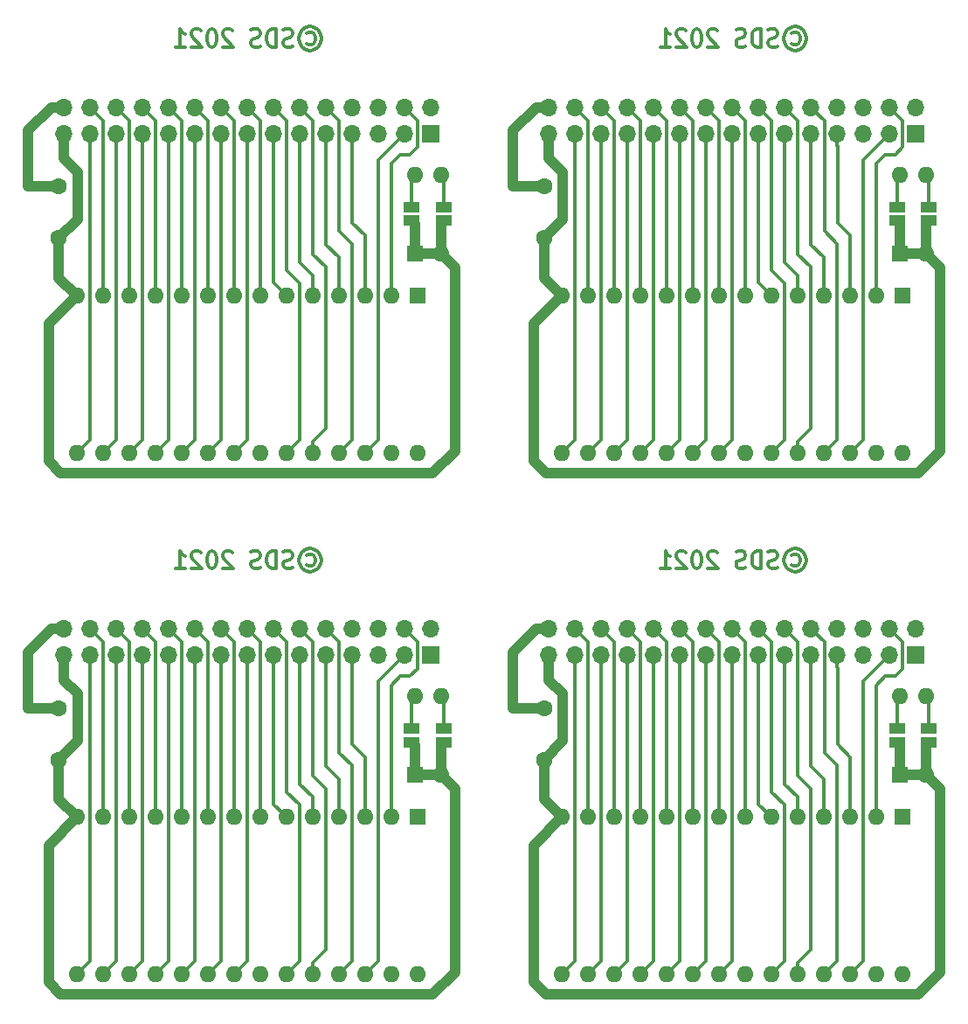
<source format=gbr>
G04 #@! TF.GenerationSoftware,KiCad,Pcbnew,(5.1.5)-3*
G04 #@! TF.CreationDate,2021-01-17T18:04:29-08:00*
G04 #@! TF.ProjectId,YamahaMSX_MiniCartridge,59616d61-6861-44d5-9358-5f4d696e6943,rev?*
G04 #@! TF.SameCoordinates,Original*
G04 #@! TF.FileFunction,Copper,L2,Bot*
G04 #@! TF.FilePolarity,Positive*
%FSLAX46Y46*%
G04 Gerber Fmt 4.6, Leading zero omitted, Abs format (unit mm)*
G04 Created by KiCad (PCBNEW (5.1.5)-3) date 2021-01-17 18:04:29*
%MOMM*%
%LPD*%
G04 APERTURE LIST*
%ADD10C,0.375000*%
%ADD11R,1.500000X1.000000*%
%ADD12R,1.700000X1.700000*%
%ADD13O,1.700000X1.700000*%
%ADD14R,1.600000X1.600000*%
%ADD15O,1.600000X1.600000*%
%ADD16C,1.600000*%
%ADD17C,1.000000*%
%ADD18C,0.300000*%
G04 APERTURE END LIST*
D10*
X115312590Y-76933133D02*
X115464971Y-76849800D01*
X115769733Y-76849800D01*
X115922114Y-76933133D01*
X116074495Y-77099800D01*
X116150685Y-77266466D01*
X116150685Y-77599800D01*
X116074495Y-77766466D01*
X115922114Y-77933133D01*
X115769733Y-78016466D01*
X115464971Y-78016466D01*
X115312590Y-77933133D01*
X115617352Y-76266466D02*
X115998304Y-76349800D01*
X116379257Y-76599800D01*
X116607828Y-77016466D01*
X116684019Y-77433133D01*
X116607828Y-77849800D01*
X116379257Y-78266466D01*
X115998304Y-78516466D01*
X115617352Y-78599800D01*
X115236400Y-78516466D01*
X114855447Y-78266466D01*
X114626876Y-77849800D01*
X114550685Y-77433133D01*
X114626876Y-77016466D01*
X114855447Y-76599800D01*
X115236400Y-76349800D01*
X115617352Y-76266466D01*
X113941161Y-78183133D02*
X113712590Y-78266466D01*
X113331638Y-78266466D01*
X113179257Y-78183133D01*
X113103066Y-78099800D01*
X113026876Y-77933133D01*
X113026876Y-77766466D01*
X113103066Y-77599800D01*
X113179257Y-77516466D01*
X113331638Y-77433133D01*
X113636400Y-77349800D01*
X113788780Y-77266466D01*
X113864971Y-77183133D01*
X113941161Y-77016466D01*
X113941161Y-76849800D01*
X113864971Y-76683133D01*
X113788780Y-76599800D01*
X113636400Y-76516466D01*
X113255447Y-76516466D01*
X113026876Y-76599800D01*
X112341161Y-78266466D02*
X112341161Y-76516466D01*
X111960209Y-76516466D01*
X111731638Y-76599800D01*
X111579257Y-76766466D01*
X111503066Y-76933133D01*
X111426876Y-77266466D01*
X111426876Y-77516466D01*
X111503066Y-77849800D01*
X111579257Y-78016466D01*
X111731638Y-78183133D01*
X111960209Y-78266466D01*
X112341161Y-78266466D01*
X110817352Y-78183133D02*
X110588780Y-78266466D01*
X110207828Y-78266466D01*
X110055447Y-78183133D01*
X109979257Y-78099800D01*
X109903066Y-77933133D01*
X109903066Y-77766466D01*
X109979257Y-77599800D01*
X110055447Y-77516466D01*
X110207828Y-77433133D01*
X110512590Y-77349800D01*
X110664971Y-77266466D01*
X110741161Y-77183133D01*
X110817352Y-77016466D01*
X110817352Y-76849800D01*
X110741161Y-76683133D01*
X110664971Y-76599800D01*
X110512590Y-76516466D01*
X110131638Y-76516466D01*
X109903066Y-76599800D01*
X108074495Y-76683133D02*
X107998304Y-76599800D01*
X107845923Y-76516466D01*
X107464971Y-76516466D01*
X107312590Y-76599800D01*
X107236400Y-76683133D01*
X107160209Y-76849800D01*
X107160209Y-77016466D01*
X107236400Y-77266466D01*
X108150685Y-78266466D01*
X107160209Y-78266466D01*
X106169733Y-76516466D02*
X106017352Y-76516466D01*
X105864971Y-76599800D01*
X105788780Y-76683133D01*
X105712590Y-76849800D01*
X105636400Y-77183133D01*
X105636400Y-77599800D01*
X105712590Y-77933133D01*
X105788780Y-78099800D01*
X105864971Y-78183133D01*
X106017352Y-78266466D01*
X106169733Y-78266466D01*
X106322114Y-78183133D01*
X106398304Y-78099800D01*
X106474495Y-77933133D01*
X106550685Y-77599800D01*
X106550685Y-77183133D01*
X106474495Y-76849800D01*
X106398304Y-76683133D01*
X106322114Y-76599800D01*
X106169733Y-76516466D01*
X105026876Y-76683133D02*
X104950685Y-76599800D01*
X104798304Y-76516466D01*
X104417352Y-76516466D01*
X104264971Y-76599800D01*
X104188780Y-76683133D01*
X104112590Y-76849800D01*
X104112590Y-77016466D01*
X104188780Y-77266466D01*
X105103066Y-78266466D01*
X104112590Y-78266466D01*
X102588780Y-78266466D02*
X103503066Y-78266466D01*
X103045923Y-78266466D02*
X103045923Y-76516466D01*
X103198304Y-76766466D01*
X103350685Y-76933133D01*
X103503066Y-77016466D01*
X68312590Y-76933133D02*
X68464971Y-76849800D01*
X68769733Y-76849800D01*
X68922114Y-76933133D01*
X69074495Y-77099800D01*
X69150685Y-77266466D01*
X69150685Y-77599800D01*
X69074495Y-77766466D01*
X68922114Y-77933133D01*
X68769733Y-78016466D01*
X68464971Y-78016466D01*
X68312590Y-77933133D01*
X68617352Y-76266466D02*
X68998304Y-76349800D01*
X69379257Y-76599800D01*
X69607828Y-77016466D01*
X69684019Y-77433133D01*
X69607828Y-77849800D01*
X69379257Y-78266466D01*
X68998304Y-78516466D01*
X68617352Y-78599800D01*
X68236400Y-78516466D01*
X67855447Y-78266466D01*
X67626876Y-77849800D01*
X67550685Y-77433133D01*
X67626876Y-77016466D01*
X67855447Y-76599800D01*
X68236400Y-76349800D01*
X68617352Y-76266466D01*
X66941161Y-78183133D02*
X66712590Y-78266466D01*
X66331638Y-78266466D01*
X66179257Y-78183133D01*
X66103066Y-78099800D01*
X66026876Y-77933133D01*
X66026876Y-77766466D01*
X66103066Y-77599800D01*
X66179257Y-77516466D01*
X66331638Y-77433133D01*
X66636400Y-77349800D01*
X66788780Y-77266466D01*
X66864971Y-77183133D01*
X66941161Y-77016466D01*
X66941161Y-76849800D01*
X66864971Y-76683133D01*
X66788780Y-76599800D01*
X66636400Y-76516466D01*
X66255447Y-76516466D01*
X66026876Y-76599800D01*
X65341161Y-78266466D02*
X65341161Y-76516466D01*
X64960209Y-76516466D01*
X64731638Y-76599800D01*
X64579257Y-76766466D01*
X64503066Y-76933133D01*
X64426876Y-77266466D01*
X64426876Y-77516466D01*
X64503066Y-77849800D01*
X64579257Y-78016466D01*
X64731638Y-78183133D01*
X64960209Y-78266466D01*
X65341161Y-78266466D01*
X63817352Y-78183133D02*
X63588780Y-78266466D01*
X63207828Y-78266466D01*
X63055447Y-78183133D01*
X62979257Y-78099800D01*
X62903066Y-77933133D01*
X62903066Y-77766466D01*
X62979257Y-77599800D01*
X63055447Y-77516466D01*
X63207828Y-77433133D01*
X63512590Y-77349800D01*
X63664971Y-77266466D01*
X63741161Y-77183133D01*
X63817352Y-77016466D01*
X63817352Y-76849800D01*
X63741161Y-76683133D01*
X63664971Y-76599800D01*
X63512590Y-76516466D01*
X63131638Y-76516466D01*
X62903066Y-76599800D01*
X61074495Y-76683133D02*
X60998304Y-76599800D01*
X60845923Y-76516466D01*
X60464971Y-76516466D01*
X60312590Y-76599800D01*
X60236399Y-76683133D01*
X60160209Y-76849800D01*
X60160209Y-77016466D01*
X60236399Y-77266466D01*
X61150685Y-78266466D01*
X60160209Y-78266466D01*
X59169733Y-76516466D02*
X59017352Y-76516466D01*
X58864971Y-76599800D01*
X58788780Y-76683133D01*
X58712590Y-76849800D01*
X58636399Y-77183133D01*
X58636399Y-77599800D01*
X58712590Y-77933133D01*
X58788780Y-78099800D01*
X58864971Y-78183133D01*
X59017352Y-78266466D01*
X59169733Y-78266466D01*
X59322114Y-78183133D01*
X59398304Y-78099800D01*
X59474495Y-77933133D01*
X59550685Y-77599800D01*
X59550685Y-77183133D01*
X59474495Y-76849800D01*
X59398304Y-76683133D01*
X59322114Y-76599800D01*
X59169733Y-76516466D01*
X58026876Y-76683133D02*
X57950685Y-76599800D01*
X57798304Y-76516466D01*
X57417352Y-76516466D01*
X57264971Y-76599800D01*
X57188780Y-76683133D01*
X57112590Y-76849800D01*
X57112590Y-77016466D01*
X57188780Y-77266466D01*
X58103066Y-78266466D01*
X57112590Y-78266466D01*
X55588780Y-78266466D02*
X56503066Y-78266466D01*
X56045923Y-78266466D02*
X56045923Y-76516466D01*
X56198304Y-76766466D01*
X56350685Y-76933133D01*
X56503066Y-77016466D01*
X115312590Y-26433133D02*
X115464971Y-26349800D01*
X115769733Y-26349800D01*
X115922114Y-26433133D01*
X116074495Y-26599800D01*
X116150685Y-26766466D01*
X116150685Y-27099800D01*
X116074495Y-27266466D01*
X115922114Y-27433133D01*
X115769733Y-27516466D01*
X115464971Y-27516466D01*
X115312590Y-27433133D01*
X115617352Y-25766466D02*
X115998304Y-25849800D01*
X116379257Y-26099800D01*
X116607828Y-26516466D01*
X116684019Y-26933133D01*
X116607828Y-27349800D01*
X116379257Y-27766466D01*
X115998304Y-28016466D01*
X115617352Y-28099800D01*
X115236400Y-28016466D01*
X114855447Y-27766466D01*
X114626876Y-27349800D01*
X114550685Y-26933133D01*
X114626876Y-26516466D01*
X114855447Y-26099800D01*
X115236400Y-25849800D01*
X115617352Y-25766466D01*
X113941161Y-27683133D02*
X113712590Y-27766466D01*
X113331638Y-27766466D01*
X113179257Y-27683133D01*
X113103066Y-27599800D01*
X113026876Y-27433133D01*
X113026876Y-27266466D01*
X113103066Y-27099800D01*
X113179257Y-27016466D01*
X113331638Y-26933133D01*
X113636400Y-26849800D01*
X113788780Y-26766466D01*
X113864971Y-26683133D01*
X113941161Y-26516466D01*
X113941161Y-26349800D01*
X113864971Y-26183133D01*
X113788780Y-26099800D01*
X113636400Y-26016466D01*
X113255447Y-26016466D01*
X113026876Y-26099800D01*
X112341161Y-27766466D02*
X112341161Y-26016466D01*
X111960209Y-26016466D01*
X111731638Y-26099800D01*
X111579257Y-26266466D01*
X111503066Y-26433133D01*
X111426876Y-26766466D01*
X111426876Y-27016466D01*
X111503066Y-27349800D01*
X111579257Y-27516466D01*
X111731638Y-27683133D01*
X111960209Y-27766466D01*
X112341161Y-27766466D01*
X110817352Y-27683133D02*
X110588780Y-27766466D01*
X110207828Y-27766466D01*
X110055447Y-27683133D01*
X109979257Y-27599800D01*
X109903066Y-27433133D01*
X109903066Y-27266466D01*
X109979257Y-27099800D01*
X110055447Y-27016466D01*
X110207828Y-26933133D01*
X110512590Y-26849800D01*
X110664971Y-26766466D01*
X110741161Y-26683133D01*
X110817352Y-26516466D01*
X110817352Y-26349800D01*
X110741161Y-26183133D01*
X110664971Y-26099800D01*
X110512590Y-26016466D01*
X110131638Y-26016466D01*
X109903066Y-26099800D01*
X108074495Y-26183133D02*
X107998304Y-26099800D01*
X107845923Y-26016466D01*
X107464971Y-26016466D01*
X107312590Y-26099800D01*
X107236400Y-26183133D01*
X107160209Y-26349800D01*
X107160209Y-26516466D01*
X107236400Y-26766466D01*
X108150685Y-27766466D01*
X107160209Y-27766466D01*
X106169733Y-26016466D02*
X106017352Y-26016466D01*
X105864971Y-26099800D01*
X105788780Y-26183133D01*
X105712590Y-26349800D01*
X105636400Y-26683133D01*
X105636400Y-27099800D01*
X105712590Y-27433133D01*
X105788780Y-27599800D01*
X105864971Y-27683133D01*
X106017352Y-27766466D01*
X106169733Y-27766466D01*
X106322114Y-27683133D01*
X106398304Y-27599800D01*
X106474495Y-27433133D01*
X106550685Y-27099800D01*
X106550685Y-26683133D01*
X106474495Y-26349800D01*
X106398304Y-26183133D01*
X106322114Y-26099800D01*
X106169733Y-26016466D01*
X105026876Y-26183133D02*
X104950685Y-26099800D01*
X104798304Y-26016466D01*
X104417352Y-26016466D01*
X104264971Y-26099800D01*
X104188780Y-26183133D01*
X104112590Y-26349800D01*
X104112590Y-26516466D01*
X104188780Y-26766466D01*
X105103066Y-27766466D01*
X104112590Y-27766466D01*
X102588780Y-27766466D02*
X103503066Y-27766466D01*
X103045923Y-27766466D02*
X103045923Y-26016466D01*
X103198304Y-26266466D01*
X103350685Y-26433133D01*
X103503066Y-26516466D01*
X68312590Y-26433133D02*
X68464971Y-26349800D01*
X68769733Y-26349800D01*
X68922114Y-26433133D01*
X69074495Y-26599800D01*
X69150685Y-26766466D01*
X69150685Y-27099800D01*
X69074495Y-27266466D01*
X68922114Y-27433133D01*
X68769733Y-27516466D01*
X68464971Y-27516466D01*
X68312590Y-27433133D01*
X68617352Y-25766466D02*
X68998304Y-25849800D01*
X69379257Y-26099800D01*
X69607828Y-26516466D01*
X69684019Y-26933133D01*
X69607828Y-27349800D01*
X69379257Y-27766466D01*
X68998304Y-28016466D01*
X68617352Y-28099800D01*
X68236400Y-28016466D01*
X67855447Y-27766466D01*
X67626876Y-27349800D01*
X67550685Y-26933133D01*
X67626876Y-26516466D01*
X67855447Y-26099800D01*
X68236400Y-25849800D01*
X68617352Y-25766466D01*
X66941161Y-27683133D02*
X66712590Y-27766466D01*
X66331638Y-27766466D01*
X66179257Y-27683133D01*
X66103066Y-27599800D01*
X66026876Y-27433133D01*
X66026876Y-27266466D01*
X66103066Y-27099800D01*
X66179257Y-27016466D01*
X66331638Y-26933133D01*
X66636400Y-26849800D01*
X66788780Y-26766466D01*
X66864971Y-26683133D01*
X66941161Y-26516466D01*
X66941161Y-26349800D01*
X66864971Y-26183133D01*
X66788780Y-26099800D01*
X66636400Y-26016466D01*
X66255447Y-26016466D01*
X66026876Y-26099800D01*
X65341161Y-27766466D02*
X65341161Y-26016466D01*
X64960209Y-26016466D01*
X64731638Y-26099800D01*
X64579257Y-26266466D01*
X64503066Y-26433133D01*
X64426876Y-26766466D01*
X64426876Y-27016466D01*
X64503066Y-27349800D01*
X64579257Y-27516466D01*
X64731638Y-27683133D01*
X64960209Y-27766466D01*
X65341161Y-27766466D01*
X63817352Y-27683133D02*
X63588780Y-27766466D01*
X63207828Y-27766466D01*
X63055447Y-27683133D01*
X62979257Y-27599800D01*
X62903066Y-27433133D01*
X62903066Y-27266466D01*
X62979257Y-27099800D01*
X63055447Y-27016466D01*
X63207828Y-26933133D01*
X63512590Y-26849800D01*
X63664971Y-26766466D01*
X63741161Y-26683133D01*
X63817352Y-26516466D01*
X63817352Y-26349800D01*
X63741161Y-26183133D01*
X63664971Y-26099800D01*
X63512590Y-26016466D01*
X63131638Y-26016466D01*
X62903066Y-26099800D01*
X61074495Y-26183133D02*
X60998304Y-26099800D01*
X60845923Y-26016466D01*
X60464971Y-26016466D01*
X60312590Y-26099800D01*
X60236399Y-26183133D01*
X60160209Y-26349800D01*
X60160209Y-26516466D01*
X60236399Y-26766466D01*
X61150685Y-27766466D01*
X60160209Y-27766466D01*
X59169733Y-26016466D02*
X59017352Y-26016466D01*
X58864971Y-26099800D01*
X58788780Y-26183133D01*
X58712590Y-26349800D01*
X58636399Y-26683133D01*
X58636399Y-27099800D01*
X58712590Y-27433133D01*
X58788780Y-27599800D01*
X58864971Y-27683133D01*
X59017352Y-27766466D01*
X59169733Y-27766466D01*
X59322114Y-27683133D01*
X59398304Y-27599800D01*
X59474495Y-27433133D01*
X59550685Y-27099800D01*
X59550685Y-26683133D01*
X59474495Y-26349800D01*
X59398304Y-26183133D01*
X59322114Y-26099800D01*
X59169733Y-26016466D01*
X58026876Y-26183133D02*
X57950685Y-26099800D01*
X57798304Y-26016466D01*
X57417352Y-26016466D01*
X57264971Y-26099800D01*
X57188780Y-26183133D01*
X57112590Y-26349800D01*
X57112590Y-26516466D01*
X57188780Y-26766466D01*
X58103066Y-27766466D01*
X57112590Y-27766466D01*
X55588780Y-27766466D02*
X56503066Y-27766466D01*
X56045923Y-27766466D02*
X56045923Y-26016466D01*
X56198304Y-26266466D01*
X56350685Y-26433133D01*
X56503066Y-26516466D01*
D11*
X128584800Y-93766600D03*
X128584800Y-95066600D03*
X81584800Y-93766600D03*
X81584800Y-95066600D03*
X128584800Y-43266600D03*
X128584800Y-44566600D03*
D12*
X127314800Y-86618800D03*
D13*
X127314800Y-84078800D03*
X124774800Y-86618800D03*
X124774800Y-84078800D03*
X122234800Y-86618800D03*
X122234800Y-84078800D03*
X119694800Y-86618800D03*
X119694800Y-84078800D03*
X117154800Y-86618800D03*
X117154800Y-84078800D03*
X114614800Y-86618800D03*
X114614800Y-84078800D03*
X112074800Y-86618800D03*
X112074800Y-84078800D03*
X109534800Y-86618800D03*
X109534800Y-84078800D03*
X106994800Y-86618800D03*
X106994800Y-84078800D03*
X104454800Y-86618800D03*
X104454800Y-84078800D03*
X101914800Y-86618800D03*
X101914800Y-84078800D03*
X99374800Y-86618800D03*
X99374800Y-84078800D03*
X96834800Y-86618800D03*
X96834800Y-84078800D03*
X94294800Y-86618800D03*
X94294800Y-84078800D03*
X91754800Y-86618800D03*
X91754800Y-84078800D03*
D12*
X80314800Y-86618800D03*
D13*
X80314800Y-84078800D03*
X77774800Y-86618800D03*
X77774800Y-84078800D03*
X75234800Y-86618800D03*
X75234800Y-84078800D03*
X72694800Y-86618800D03*
X72694800Y-84078800D03*
X70154800Y-86618800D03*
X70154800Y-84078800D03*
X67614800Y-86618800D03*
X67614800Y-84078800D03*
X65074800Y-86618800D03*
X65074800Y-84078800D03*
X62534800Y-86618800D03*
X62534800Y-84078800D03*
X59994800Y-86618800D03*
X59994800Y-84078800D03*
X57454800Y-86618800D03*
X57454800Y-84078800D03*
X54914800Y-86618800D03*
X54914800Y-84078800D03*
X52374800Y-86618800D03*
X52374800Y-84078800D03*
X49834800Y-86618800D03*
X49834800Y-84078800D03*
X47294800Y-86618800D03*
X47294800Y-84078800D03*
X44754800Y-86618800D03*
X44754800Y-84078800D03*
D12*
X127314800Y-36118800D03*
D13*
X127314800Y-33578800D03*
X124774800Y-36118800D03*
X124774800Y-33578800D03*
X122234800Y-36118800D03*
X122234800Y-33578800D03*
X119694800Y-36118800D03*
X119694800Y-33578800D03*
X117154800Y-36118800D03*
X117154800Y-33578800D03*
X114614800Y-36118800D03*
X114614800Y-33578800D03*
X112074800Y-36118800D03*
X112074800Y-33578800D03*
X109534800Y-36118800D03*
X109534800Y-33578800D03*
X106994800Y-36118800D03*
X106994800Y-33578800D03*
X104454800Y-36118800D03*
X104454800Y-33578800D03*
X101914800Y-36118800D03*
X101914800Y-33578800D03*
X99374800Y-36118800D03*
X99374800Y-33578800D03*
X96834800Y-36118800D03*
X96834800Y-33578800D03*
X94294800Y-36118800D03*
X94294800Y-33578800D03*
X91754800Y-36118800D03*
X91754800Y-33578800D03*
D11*
X125486000Y-93766600D03*
X125486000Y-95066600D03*
X78486000Y-93766600D03*
X78486000Y-95066600D03*
X125486000Y-43266600D03*
X125486000Y-44566600D03*
D14*
X125790800Y-98252000D03*
D15*
X128330800Y-90632000D03*
X128330800Y-98252000D03*
X125790800Y-90632000D03*
D14*
X78790800Y-98252000D03*
D15*
X81330800Y-90632000D03*
X81330800Y-98252000D03*
X78790800Y-90632000D03*
D14*
X125790800Y-47752000D03*
D15*
X128330800Y-40132000D03*
X128330800Y-47752000D03*
X125790800Y-40132000D03*
D16*
X91272200Y-91749600D03*
X91272200Y-96749600D03*
X44272200Y-91749600D03*
X44272200Y-96749600D03*
X91272200Y-41249600D03*
X91272200Y-46249600D03*
D14*
X126019400Y-102316000D03*
D15*
X92999400Y-117556000D03*
X123479400Y-102316000D03*
X95539400Y-117556000D03*
X120939400Y-102316000D03*
X98079400Y-117556000D03*
X118399400Y-102316000D03*
X100619400Y-117556000D03*
X115859400Y-102316000D03*
X103159400Y-117556000D03*
X113319400Y-102316000D03*
X105699400Y-117556000D03*
X110779400Y-102316000D03*
X108239400Y-117556000D03*
X108239400Y-102316000D03*
X110779400Y-117556000D03*
X105699400Y-102316000D03*
X113319400Y-117556000D03*
X103159400Y-102316000D03*
X115859400Y-117556000D03*
X100619400Y-102316000D03*
X118399400Y-117556000D03*
X98079400Y-102316000D03*
X120939400Y-117556000D03*
X95539400Y-102316000D03*
X123479400Y-117556000D03*
X92999400Y-102316000D03*
X126019400Y-117556000D03*
D14*
X79019400Y-102316000D03*
D15*
X45999400Y-117556000D03*
X76479400Y-102316000D03*
X48539400Y-117556000D03*
X73939400Y-102316000D03*
X51079400Y-117556000D03*
X71399400Y-102316000D03*
X53619400Y-117556000D03*
X68859400Y-102316000D03*
X56159400Y-117556000D03*
X66319400Y-102316000D03*
X58699400Y-117556000D03*
X63779400Y-102316000D03*
X61239400Y-117556000D03*
X61239400Y-102316000D03*
X63779400Y-117556000D03*
X58699400Y-102316000D03*
X66319400Y-117556000D03*
X56159400Y-102316000D03*
X68859400Y-117556000D03*
X53619400Y-102316000D03*
X71399400Y-117556000D03*
X51079400Y-102316000D03*
X73939400Y-117556000D03*
X48539400Y-102316000D03*
X76479400Y-117556000D03*
X45999400Y-102316000D03*
X79019400Y-117556000D03*
D14*
X126019400Y-51816000D03*
D15*
X92999400Y-67056000D03*
X123479400Y-51816000D03*
X95539400Y-67056000D03*
X120939400Y-51816000D03*
X98079400Y-67056000D03*
X118399400Y-51816000D03*
X100619400Y-67056000D03*
X115859400Y-51816000D03*
X103159400Y-67056000D03*
X113319400Y-51816000D03*
X105699400Y-67056000D03*
X110779400Y-51816000D03*
X108239400Y-67056000D03*
X108239400Y-51816000D03*
X110779400Y-67056000D03*
X105699400Y-51816000D03*
X113319400Y-67056000D03*
X103159400Y-51816000D03*
X115859400Y-67056000D03*
X100619400Y-51816000D03*
X118399400Y-67056000D03*
X98079400Y-51816000D03*
X120939400Y-67056000D03*
X95539400Y-51816000D03*
X123479400Y-67056000D03*
X92999400Y-51816000D03*
X126019400Y-67056000D03*
D11*
X81584800Y-44566600D03*
X81584800Y-43266600D03*
X78486000Y-44566600D03*
X78486000Y-43266600D03*
D13*
X44754800Y-33578800D03*
X44754800Y-36118800D03*
X47294800Y-33578800D03*
X47294800Y-36118800D03*
X49834800Y-33578800D03*
X49834800Y-36118800D03*
X52374800Y-33578800D03*
X52374800Y-36118800D03*
X54914800Y-33578800D03*
X54914800Y-36118800D03*
X57454800Y-33578800D03*
X57454800Y-36118800D03*
X59994800Y-33578800D03*
X59994800Y-36118800D03*
X62534800Y-33578800D03*
X62534800Y-36118800D03*
X65074800Y-33578800D03*
X65074800Y-36118800D03*
X67614800Y-33578800D03*
X67614800Y-36118800D03*
X70154800Y-33578800D03*
X70154800Y-36118800D03*
X72694800Y-33578800D03*
X72694800Y-36118800D03*
X75234800Y-33578800D03*
X75234800Y-36118800D03*
X77774800Y-33578800D03*
X77774800Y-36118800D03*
X80314800Y-33578800D03*
D12*
X80314800Y-36118800D03*
D15*
X78790800Y-40132000D03*
X81330800Y-47752000D03*
X81330800Y-40132000D03*
D14*
X78790800Y-47752000D03*
D15*
X79019400Y-67056000D03*
X45999400Y-51816000D03*
X76479400Y-67056000D03*
X48539400Y-51816000D03*
X73939400Y-67056000D03*
X51079400Y-51816000D03*
X71399400Y-67056000D03*
X53619400Y-51816000D03*
X68859400Y-67056000D03*
X56159400Y-51816000D03*
X66319400Y-67056000D03*
X58699400Y-51816000D03*
X63779400Y-67056000D03*
X61239400Y-51816000D03*
X61239400Y-67056000D03*
X63779400Y-51816000D03*
X58699400Y-67056000D03*
X66319400Y-51816000D03*
X56159400Y-67056000D03*
X68859400Y-51816000D03*
X53619400Y-67056000D03*
X71399400Y-51816000D03*
X51079400Y-67056000D03*
X73939400Y-51816000D03*
X48539400Y-67056000D03*
X76479400Y-51816000D03*
X45999400Y-67056000D03*
D14*
X79019400Y-51816000D03*
D16*
X44272200Y-46249600D03*
X44272200Y-41249600D03*
D17*
X44272200Y-50088800D02*
X45999400Y-51816000D01*
X44272200Y-46249600D02*
X44272200Y-50088800D01*
X46101000Y-44420800D02*
X44272200Y-46249600D01*
X44754800Y-36118800D02*
X44754800Y-38531800D01*
X46101000Y-39878000D02*
X46101000Y-44420800D01*
X44754800Y-38531800D02*
X46101000Y-39878000D01*
X78790800Y-47752000D02*
X81330800Y-47752000D01*
X82651600Y-66852800D02*
X82651600Y-49072800D01*
X43281600Y-54533800D02*
X43281600Y-67818000D01*
X43281600Y-67818000D02*
X44450000Y-68986400D01*
X82651600Y-49072800D02*
X81330800Y-47752000D01*
X45999400Y-51816000D02*
X43281600Y-54533800D01*
X44450000Y-68986400D02*
X80518000Y-68986400D01*
X80518000Y-68986400D02*
X82651600Y-66852800D01*
X81330800Y-44820600D02*
X81584800Y-44566600D01*
X81330800Y-47752000D02*
X81330800Y-44820600D01*
X78790800Y-44871400D02*
X78486000Y-44566600D01*
X78790800Y-47752000D02*
X78790800Y-44871400D01*
X91272200Y-46249600D02*
X91272200Y-50088800D01*
X44272200Y-96749600D02*
X44272200Y-100588800D01*
X91272200Y-96749600D02*
X91272200Y-100588800D01*
X91754800Y-36118800D02*
X91754800Y-38531800D01*
X44754800Y-86618800D02*
X44754800Y-89031800D01*
X91754800Y-86618800D02*
X91754800Y-89031800D01*
X91272200Y-50088800D02*
X92999400Y-51816000D01*
X44272200Y-100588800D02*
X45999400Y-102316000D01*
X91272200Y-100588800D02*
X92999400Y-102316000D01*
X91754800Y-38531800D02*
X93101000Y-39878000D01*
X44754800Y-89031800D02*
X46101000Y-90378000D01*
X91754800Y-89031800D02*
X93101000Y-90378000D01*
X125790800Y-47752000D02*
X128330800Y-47752000D01*
X78790800Y-98252000D02*
X81330800Y-98252000D01*
X125790800Y-98252000D02*
X128330800Y-98252000D01*
X129651600Y-66852800D02*
X129651600Y-49072800D01*
X82651600Y-117352800D02*
X82651600Y-99572800D01*
X129651600Y-117352800D02*
X129651600Y-99572800D01*
X92999400Y-51816000D02*
X90281600Y-54533800D01*
X45999400Y-102316000D02*
X43281600Y-105033800D01*
X92999400Y-102316000D02*
X90281600Y-105033800D01*
X127518000Y-68986400D02*
X129651600Y-66852800D01*
X80518000Y-119486400D02*
X82651600Y-117352800D01*
X127518000Y-119486400D02*
X129651600Y-117352800D01*
X129651600Y-49072800D02*
X128330800Y-47752000D01*
X82651600Y-99572800D02*
X81330800Y-98252000D01*
X129651600Y-99572800D02*
X128330800Y-98252000D01*
X90281600Y-54533800D02*
X90281600Y-67818000D01*
X43281600Y-105033800D02*
X43281600Y-118318000D01*
X90281600Y-105033800D02*
X90281600Y-118318000D01*
X90281600Y-67818000D02*
X91450000Y-68986400D01*
X43281600Y-118318000D02*
X44450000Y-119486400D01*
X90281600Y-118318000D02*
X91450000Y-119486400D01*
X91450000Y-68986400D02*
X127518000Y-68986400D01*
X44450000Y-119486400D02*
X80518000Y-119486400D01*
X91450000Y-119486400D02*
X127518000Y-119486400D01*
X93101000Y-44420800D02*
X91272200Y-46249600D01*
X46101000Y-94920800D02*
X44272200Y-96749600D01*
X93101000Y-94920800D02*
X91272200Y-96749600D01*
X93101000Y-39878000D02*
X93101000Y-44420800D01*
X46101000Y-90378000D02*
X46101000Y-94920800D01*
X93101000Y-90378000D02*
X93101000Y-94920800D01*
X128330800Y-44820600D02*
X128584800Y-44566600D01*
X81330800Y-95320600D02*
X81584800Y-95066600D01*
X128330800Y-95320600D02*
X128584800Y-95066600D01*
X125790800Y-44871400D02*
X125486000Y-44566600D01*
X78790800Y-95371400D02*
X78486000Y-95066600D01*
X125790800Y-95371400D02*
X125486000Y-95066600D01*
X128330800Y-47752000D02*
X128330800Y-44820600D01*
X81330800Y-98252000D02*
X81330800Y-95320600D01*
X128330800Y-98252000D02*
X128330800Y-95320600D01*
X125790800Y-47752000D02*
X125790800Y-44871400D01*
X78790800Y-98252000D02*
X78790800Y-95371400D01*
X125790800Y-98252000D02*
X125790800Y-95371400D01*
X43552719Y-33578800D02*
X41300400Y-35831119D01*
X44754800Y-33578800D02*
X43552719Y-33578800D01*
X44272200Y-41249600D02*
X43140830Y-41249600D01*
X41300400Y-35831119D02*
X41300400Y-41249600D01*
X43140830Y-41249600D02*
X41300400Y-41249600D01*
X91272200Y-41249600D02*
X90140830Y-41249600D01*
X44272200Y-91749600D02*
X43140830Y-91749600D01*
X91272200Y-91749600D02*
X90140830Y-91749600D01*
X90552719Y-33578800D02*
X88300400Y-35831119D01*
X43552719Y-84078800D02*
X41300400Y-86331119D01*
X90552719Y-84078800D02*
X88300400Y-86331119D01*
X90140830Y-41249600D02*
X88300400Y-41249600D01*
X43140830Y-91749600D02*
X41300400Y-91749600D01*
X90140830Y-91749600D02*
X88300400Y-91749600D01*
X91754800Y-33578800D02*
X90552719Y-33578800D01*
X44754800Y-84078800D02*
X43552719Y-84078800D01*
X91754800Y-84078800D02*
X90552719Y-84078800D01*
X88300400Y-35831119D02*
X88300400Y-41249600D01*
X41300400Y-86331119D02*
X41300400Y-91749600D01*
X88300400Y-86331119D02*
X88300400Y-91749600D01*
D18*
X48539400Y-50684630D02*
X48564800Y-50659230D01*
X48539400Y-51816000D02*
X48539400Y-50684630D01*
X48564800Y-34848800D02*
X47294800Y-33578800D01*
X48564800Y-50659230D02*
X48564800Y-34848800D01*
X95564800Y-50659230D02*
X95564800Y-34848800D01*
X48564800Y-101159230D02*
X48564800Y-85348800D01*
X95564800Y-101159230D02*
X95564800Y-85348800D01*
X95539400Y-50684630D02*
X95564800Y-50659230D01*
X48539400Y-101184630D02*
X48564800Y-101159230D01*
X95539400Y-101184630D02*
X95564800Y-101159230D01*
X95539400Y-51816000D02*
X95539400Y-50684630D01*
X48539400Y-102316000D02*
X48539400Y-101184630D01*
X95539400Y-102316000D02*
X95539400Y-101184630D01*
X95564800Y-34848800D02*
X94294800Y-33578800D01*
X48564800Y-85348800D02*
X47294800Y-84078800D01*
X95564800Y-85348800D02*
X94294800Y-84078800D01*
X75209400Y-65786000D02*
X73939400Y-67056000D01*
X77774800Y-36118800D02*
X75209400Y-38684200D01*
X75209400Y-38684200D02*
X75209400Y-65786000D01*
X122209400Y-38684200D02*
X122209400Y-65786000D01*
X75209400Y-89184200D02*
X75209400Y-116286000D01*
X122209400Y-89184200D02*
X122209400Y-116286000D01*
X122209400Y-65786000D02*
X120939400Y-67056000D01*
X75209400Y-116286000D02*
X73939400Y-117556000D01*
X122209400Y-116286000D02*
X120939400Y-117556000D01*
X124774800Y-36118800D02*
X122209400Y-38684200D01*
X77774800Y-86618800D02*
X75209400Y-89184200D01*
X124774800Y-86618800D02*
X122209400Y-89184200D01*
X51079400Y-50684630D02*
X51104800Y-50659230D01*
X51079400Y-51816000D02*
X51079400Y-50684630D01*
X51104800Y-34848800D02*
X49834800Y-33578800D01*
X51104800Y-50659230D02*
X51104800Y-34848800D01*
X98079400Y-50684630D02*
X98104800Y-50659230D01*
X51079400Y-101184630D02*
X51104800Y-101159230D01*
X98079400Y-101184630D02*
X98104800Y-101159230D01*
X98079400Y-51816000D02*
X98079400Y-50684630D01*
X51079400Y-102316000D02*
X51079400Y-101184630D01*
X98079400Y-102316000D02*
X98079400Y-101184630D01*
X98104800Y-34848800D02*
X96834800Y-33578800D01*
X51104800Y-85348800D02*
X49834800Y-84078800D01*
X98104800Y-85348800D02*
X96834800Y-84078800D01*
X98104800Y-50659230D02*
X98104800Y-34848800D01*
X51104800Y-101159230D02*
X51104800Y-85348800D01*
X98104800Y-101159230D02*
X98104800Y-85348800D01*
X72669400Y-46812200D02*
X72669400Y-65786000D01*
X71450200Y-45593000D02*
X72669400Y-46812200D01*
X70154800Y-33578800D02*
X71450200Y-34874200D01*
X72669400Y-65786000D02*
X71399400Y-67056000D01*
X71450200Y-34874200D02*
X71450200Y-45593000D01*
X119669400Y-46812200D02*
X119669400Y-65786000D01*
X72669400Y-97312200D02*
X72669400Y-116286000D01*
X119669400Y-97312200D02*
X119669400Y-116286000D01*
X117154800Y-33578800D02*
X118450200Y-34874200D01*
X70154800Y-84078800D02*
X71450200Y-85374200D01*
X117154800Y-84078800D02*
X118450200Y-85374200D01*
X119669400Y-65786000D02*
X118399400Y-67056000D01*
X72669400Y-116286000D02*
X71399400Y-117556000D01*
X119669400Y-116286000D02*
X118399400Y-117556000D01*
X118450200Y-45593000D02*
X119669400Y-46812200D01*
X71450200Y-96093000D02*
X72669400Y-97312200D01*
X118450200Y-96093000D02*
X119669400Y-97312200D01*
X118450200Y-34874200D02*
X118450200Y-45593000D01*
X71450200Y-85374200D02*
X71450200Y-96093000D01*
X118450200Y-85374200D02*
X118450200Y-96093000D01*
X53619400Y-50684630D02*
X53644800Y-50659230D01*
X53619400Y-51816000D02*
X53619400Y-50684630D01*
X53644800Y-34848800D02*
X52374800Y-33578800D01*
X53644800Y-50659230D02*
X53644800Y-34848800D01*
X100619400Y-50684630D02*
X100644800Y-50659230D01*
X53619400Y-101184630D02*
X53644800Y-101159230D01*
X100619400Y-101184630D02*
X100644800Y-101159230D01*
X100644800Y-50659230D02*
X100644800Y-34848800D01*
X53644800Y-101159230D02*
X53644800Y-85348800D01*
X100644800Y-101159230D02*
X100644800Y-85348800D01*
X100619400Y-51816000D02*
X100619400Y-50684630D01*
X53619400Y-102316000D02*
X53619400Y-101184630D01*
X100619400Y-102316000D02*
X100619400Y-101184630D01*
X100644800Y-34848800D02*
X99374800Y-33578800D01*
X53644800Y-85348800D02*
X52374800Y-84078800D01*
X100644800Y-85348800D02*
X99374800Y-84078800D01*
X68859400Y-65924630D02*
X70129400Y-64654630D01*
X68859400Y-67056000D02*
X68859400Y-65924630D01*
X70129400Y-64654630D02*
X70129400Y-49047400D01*
X70129400Y-49047400D02*
X68884800Y-47802800D01*
X68884800Y-34848800D02*
X67614800Y-33578800D01*
X68884800Y-47802800D02*
X68884800Y-34848800D01*
X117129400Y-49047400D02*
X115884800Y-47802800D01*
X70129400Y-99547400D02*
X68884800Y-98302800D01*
X117129400Y-99547400D02*
X115884800Y-98302800D01*
X117129400Y-64654630D02*
X117129400Y-49047400D01*
X70129400Y-115154630D02*
X70129400Y-99547400D01*
X117129400Y-115154630D02*
X117129400Y-99547400D01*
X115884800Y-34848800D02*
X114614800Y-33578800D01*
X68884800Y-85348800D02*
X67614800Y-84078800D01*
X115884800Y-85348800D02*
X114614800Y-84078800D01*
X115859400Y-67056000D02*
X115859400Y-65924630D01*
X68859400Y-117556000D02*
X68859400Y-116424630D01*
X115859400Y-117556000D02*
X115859400Y-116424630D01*
X115859400Y-65924630D02*
X117129400Y-64654630D01*
X68859400Y-116424630D02*
X70129400Y-115154630D01*
X115859400Y-116424630D02*
X117129400Y-115154630D01*
X115884800Y-47802800D02*
X115884800Y-34848800D01*
X68884800Y-98302800D02*
X68884800Y-85348800D01*
X115884800Y-98302800D02*
X115884800Y-85348800D01*
X56159400Y-50684630D02*
X56184800Y-50659230D01*
X56159400Y-51816000D02*
X56159400Y-50684630D01*
X56184800Y-34848800D02*
X54914800Y-33578800D01*
X56184800Y-50659230D02*
X56184800Y-34848800D01*
X103159400Y-51816000D02*
X103159400Y-50684630D01*
X56159400Y-102316000D02*
X56159400Y-101184630D01*
X103159400Y-102316000D02*
X103159400Y-101184630D01*
X103184800Y-34848800D02*
X101914800Y-33578800D01*
X56184800Y-85348800D02*
X54914800Y-84078800D01*
X103184800Y-85348800D02*
X101914800Y-84078800D01*
X103184800Y-50659230D02*
X103184800Y-34848800D01*
X56184800Y-101159230D02*
X56184800Y-85348800D01*
X103184800Y-101159230D02*
X103184800Y-85348800D01*
X103159400Y-50684630D02*
X103184800Y-50659230D01*
X56159400Y-101184630D02*
X56184800Y-101159230D01*
X103159400Y-101184630D02*
X103184800Y-101159230D01*
X65074800Y-33578800D02*
X66344800Y-34848800D01*
X66344800Y-34848800D02*
X66344800Y-49377600D01*
X66344800Y-49377600D02*
X67589400Y-50622200D01*
X67589400Y-65786000D02*
X66319400Y-67056000D01*
X67589400Y-50622200D02*
X67589400Y-65786000D01*
X113344800Y-34848800D02*
X113344800Y-49377600D01*
X66344800Y-85348800D02*
X66344800Y-99877600D01*
X113344800Y-85348800D02*
X113344800Y-99877600D01*
X114589400Y-50622200D02*
X114589400Y-65786000D01*
X67589400Y-101122200D02*
X67589400Y-116286000D01*
X114589400Y-101122200D02*
X114589400Y-116286000D01*
X112074800Y-33578800D02*
X113344800Y-34848800D01*
X65074800Y-84078800D02*
X66344800Y-85348800D01*
X112074800Y-84078800D02*
X113344800Y-85348800D01*
X114589400Y-65786000D02*
X113319400Y-67056000D01*
X67589400Y-116286000D02*
X66319400Y-117556000D01*
X114589400Y-116286000D02*
X113319400Y-117556000D01*
X113344800Y-49377600D02*
X114589400Y-50622200D01*
X66344800Y-99877600D02*
X67589400Y-101122200D01*
X113344800Y-99877600D02*
X114589400Y-101122200D01*
X58699400Y-50684630D02*
X58724800Y-50659230D01*
X58699400Y-51816000D02*
X58699400Y-50684630D01*
X58724800Y-34848800D02*
X57454800Y-33578800D01*
X58724800Y-50659230D02*
X58724800Y-34848800D01*
X105699400Y-50684630D02*
X105724800Y-50659230D01*
X58699400Y-101184630D02*
X58724800Y-101159230D01*
X105699400Y-101184630D02*
X105724800Y-101159230D01*
X105699400Y-51816000D02*
X105699400Y-50684630D01*
X58699400Y-102316000D02*
X58699400Y-101184630D01*
X105699400Y-102316000D02*
X105699400Y-101184630D01*
X105724800Y-50659230D02*
X105724800Y-34848800D01*
X58724800Y-101159230D02*
X58724800Y-85348800D01*
X105724800Y-101159230D02*
X105724800Y-85348800D01*
X105724800Y-34848800D02*
X104454800Y-33578800D01*
X58724800Y-85348800D02*
X57454800Y-84078800D01*
X105724800Y-85348800D02*
X104454800Y-84078800D01*
X61239400Y-50684630D02*
X61264800Y-50659230D01*
X61239400Y-51816000D02*
X61239400Y-50684630D01*
X61264800Y-34848800D02*
X59994800Y-33578800D01*
X61264800Y-50659230D02*
X61264800Y-34848800D01*
X108264800Y-34848800D02*
X106994800Y-33578800D01*
X61264800Y-85348800D02*
X59994800Y-84078800D01*
X108264800Y-85348800D02*
X106994800Y-84078800D01*
X108264800Y-50659230D02*
X108264800Y-34848800D01*
X61264800Y-101159230D02*
X61264800Y-85348800D01*
X108264800Y-101159230D02*
X108264800Y-85348800D01*
X108239400Y-50684630D02*
X108264800Y-50659230D01*
X61239400Y-101184630D02*
X61264800Y-101159230D01*
X108239400Y-101184630D02*
X108264800Y-101159230D01*
X108239400Y-51816000D02*
X108239400Y-50684630D01*
X61239400Y-102316000D02*
X61239400Y-101184630D01*
X108239400Y-102316000D02*
X108239400Y-101184630D01*
X62534800Y-37320881D02*
X62509400Y-37346281D01*
X62534800Y-36118800D02*
X62534800Y-37320881D01*
X62509400Y-65786000D02*
X61239400Y-67056000D01*
X62509400Y-37346281D02*
X62509400Y-65786000D01*
X109534800Y-37320881D02*
X109509400Y-37346281D01*
X62534800Y-87820881D02*
X62509400Y-87846281D01*
X109534800Y-87820881D02*
X109509400Y-87846281D01*
X109534800Y-36118800D02*
X109534800Y-37320881D01*
X62534800Y-86618800D02*
X62534800Y-87820881D01*
X109534800Y-86618800D02*
X109534800Y-87820881D01*
X109509400Y-65786000D02*
X108239400Y-67056000D01*
X62509400Y-116286000D02*
X61239400Y-117556000D01*
X109509400Y-116286000D02*
X108239400Y-117556000D01*
X109509400Y-37346281D02*
X109509400Y-65786000D01*
X62509400Y-87846281D02*
X62509400Y-116286000D01*
X109509400Y-87846281D02*
X109509400Y-116286000D01*
X63779400Y-50684630D02*
X63804800Y-50659230D01*
X63779400Y-51816000D02*
X63779400Y-50684630D01*
X63804800Y-34848800D02*
X62534800Y-33578800D01*
X63804800Y-50659230D02*
X63804800Y-34848800D01*
X110779400Y-51816000D02*
X110779400Y-50684630D01*
X63779400Y-102316000D02*
X63779400Y-101184630D01*
X110779400Y-102316000D02*
X110779400Y-101184630D01*
X110804800Y-50659230D02*
X110804800Y-34848800D01*
X63804800Y-101159230D02*
X63804800Y-85348800D01*
X110804800Y-101159230D02*
X110804800Y-85348800D01*
X110804800Y-34848800D02*
X109534800Y-33578800D01*
X63804800Y-85348800D02*
X62534800Y-84078800D01*
X110804800Y-85348800D02*
X109534800Y-84078800D01*
X110779400Y-50684630D02*
X110804800Y-50659230D01*
X63779400Y-101184630D02*
X63804800Y-101159230D01*
X110779400Y-101184630D02*
X110804800Y-101159230D01*
X59994800Y-37320881D02*
X59969400Y-37346281D01*
X59994800Y-36118800D02*
X59994800Y-37320881D01*
X59969400Y-65786000D02*
X58699400Y-67056000D01*
X59969400Y-37346281D02*
X59969400Y-65786000D01*
X106969400Y-65786000D02*
X105699400Y-67056000D01*
X59969400Y-116286000D02*
X58699400Y-117556000D01*
X106969400Y-116286000D02*
X105699400Y-117556000D01*
X106994800Y-37320881D02*
X106969400Y-37346281D01*
X59994800Y-87820881D02*
X59969400Y-87846281D01*
X106994800Y-87820881D02*
X106969400Y-87846281D01*
X106969400Y-37346281D02*
X106969400Y-65786000D01*
X59969400Y-87846281D02*
X59969400Y-116286000D01*
X106969400Y-87846281D02*
X106969400Y-116286000D01*
X106994800Y-36118800D02*
X106994800Y-37320881D01*
X59994800Y-86618800D02*
X59994800Y-87820881D01*
X106994800Y-86618800D02*
X106994800Y-87820881D01*
X65074800Y-50571400D02*
X66319400Y-51816000D01*
X65074800Y-36118800D02*
X65074800Y-50571400D01*
X112074800Y-36118800D02*
X112074800Y-50571400D01*
X65074800Y-86618800D02*
X65074800Y-101071400D01*
X112074800Y-86618800D02*
X112074800Y-101071400D01*
X112074800Y-50571400D02*
X113319400Y-51816000D01*
X65074800Y-101071400D02*
X66319400Y-102316000D01*
X112074800Y-101071400D02*
X113319400Y-102316000D01*
X57454800Y-65760600D02*
X56159400Y-67056000D01*
X57454800Y-36118800D02*
X57454800Y-65760600D01*
X104454800Y-65760600D02*
X103159400Y-67056000D01*
X57454800Y-116260600D02*
X56159400Y-117556000D01*
X104454800Y-116260600D02*
X103159400Y-117556000D01*
X104454800Y-36118800D02*
X104454800Y-65760600D01*
X57454800Y-86618800D02*
X57454800Y-116260600D01*
X104454800Y-86618800D02*
X104454800Y-116260600D01*
X68859400Y-49860200D02*
X68859400Y-51816000D01*
X67614800Y-36118800D02*
X67614800Y-48615600D01*
X67614800Y-48615600D02*
X68859400Y-49860200D01*
X115859400Y-49860200D02*
X115859400Y-51816000D01*
X68859400Y-100360200D02*
X68859400Y-102316000D01*
X115859400Y-100360200D02*
X115859400Y-102316000D01*
X114614800Y-36118800D02*
X114614800Y-48615600D01*
X67614800Y-86618800D02*
X67614800Y-99115600D01*
X114614800Y-86618800D02*
X114614800Y-99115600D01*
X114614800Y-48615600D02*
X115859400Y-49860200D01*
X67614800Y-99115600D02*
X68859400Y-100360200D01*
X114614800Y-99115600D02*
X115859400Y-100360200D01*
X54914800Y-65760600D02*
X53619400Y-67056000D01*
X54914800Y-36118800D02*
X54914800Y-65760600D01*
X101914800Y-65760600D02*
X100619400Y-67056000D01*
X54914800Y-116260600D02*
X53619400Y-117556000D01*
X101914800Y-116260600D02*
X100619400Y-117556000D01*
X101914800Y-36118800D02*
X101914800Y-65760600D01*
X54914800Y-86618800D02*
X54914800Y-116260600D01*
X101914800Y-86618800D02*
X101914800Y-116260600D01*
X70154800Y-46888400D02*
X70154800Y-36118800D01*
X71399400Y-51816000D02*
X71399400Y-48133000D01*
X71399400Y-48133000D02*
X70154800Y-46888400D01*
X118399400Y-48133000D02*
X117154800Y-46888400D01*
X71399400Y-98633000D02*
X70154800Y-97388400D01*
X118399400Y-98633000D02*
X117154800Y-97388400D01*
X117154800Y-46888400D02*
X117154800Y-36118800D01*
X70154800Y-97388400D02*
X70154800Y-86618800D01*
X117154800Y-97388400D02*
X117154800Y-86618800D01*
X118399400Y-51816000D02*
X118399400Y-48133000D01*
X71399400Y-102316000D02*
X71399400Y-98633000D01*
X118399400Y-102316000D02*
X118399400Y-98633000D01*
X52374800Y-65760600D02*
X51079400Y-67056000D01*
X52374800Y-36118800D02*
X52374800Y-65760600D01*
X99374800Y-65760600D02*
X98079400Y-67056000D01*
X52374800Y-116260600D02*
X51079400Y-117556000D01*
X99374800Y-116260600D02*
X98079400Y-117556000D01*
X99374800Y-36118800D02*
X99374800Y-65760600D01*
X52374800Y-86618800D02*
X52374800Y-116260600D01*
X99374800Y-86618800D02*
X99374800Y-116260600D01*
X72694800Y-37320881D02*
X72720200Y-37346281D01*
X72694800Y-36118800D02*
X72694800Y-37320881D01*
X72720200Y-37346281D02*
X72720200Y-44780200D01*
X73939400Y-45999400D02*
X73939400Y-51816000D01*
X72720200Y-44780200D02*
X73939400Y-45999400D01*
X119694800Y-36118800D02*
X119694800Y-37320881D01*
X72694800Y-86618800D02*
X72694800Y-87820881D01*
X119694800Y-86618800D02*
X119694800Y-87820881D01*
X120939400Y-45999400D02*
X120939400Y-51816000D01*
X73939400Y-96499400D02*
X73939400Y-102316000D01*
X120939400Y-96499400D02*
X120939400Y-102316000D01*
X119720200Y-44780200D02*
X120939400Y-45999400D01*
X72720200Y-95280200D02*
X73939400Y-96499400D01*
X119720200Y-95280200D02*
X120939400Y-96499400D01*
X119694800Y-37320881D02*
X119720200Y-37346281D01*
X72694800Y-87820881D02*
X72720200Y-87846281D01*
X119694800Y-87820881D02*
X119720200Y-87846281D01*
X119720200Y-37346281D02*
X119720200Y-44780200D01*
X72720200Y-87846281D02*
X72720200Y-95280200D01*
X119720200Y-87846281D02*
X119720200Y-95280200D01*
X49834800Y-65760600D02*
X48539400Y-67056000D01*
X49834800Y-36118800D02*
X49834800Y-65760600D01*
X96834800Y-65760600D02*
X95539400Y-67056000D01*
X49834800Y-116260600D02*
X48539400Y-117556000D01*
X96834800Y-116260600D02*
X95539400Y-117556000D01*
X96834800Y-36118800D02*
X96834800Y-65760600D01*
X49834800Y-86618800D02*
X49834800Y-116260600D01*
X96834800Y-86618800D02*
X96834800Y-116260600D01*
X76479400Y-40690800D02*
X76479400Y-51816000D01*
X77774800Y-33578800D02*
X79044800Y-34848800D01*
X79044800Y-34848800D02*
X79044800Y-37439600D01*
X79044800Y-37439600D02*
X78308200Y-38176200D01*
X78308200Y-38176200D02*
X77368400Y-38176200D01*
X76479400Y-39065200D02*
X76479400Y-40690800D01*
X77368400Y-38176200D02*
X76479400Y-39065200D01*
X126044800Y-37439600D02*
X125308200Y-38176200D01*
X79044800Y-87939600D02*
X78308200Y-88676200D01*
X126044800Y-87939600D02*
X125308200Y-88676200D01*
X124368400Y-38176200D02*
X123479400Y-39065200D01*
X77368400Y-88676200D02*
X76479400Y-89565200D01*
X124368400Y-88676200D02*
X123479400Y-89565200D01*
X123479400Y-39065200D02*
X123479400Y-40690800D01*
X76479400Y-89565200D02*
X76479400Y-91190800D01*
X123479400Y-89565200D02*
X123479400Y-91190800D01*
X123479400Y-40690800D02*
X123479400Y-51816000D01*
X76479400Y-91190800D02*
X76479400Y-102316000D01*
X123479400Y-91190800D02*
X123479400Y-102316000D01*
X125308200Y-38176200D02*
X124368400Y-38176200D01*
X78308200Y-88676200D02*
X77368400Y-88676200D01*
X125308200Y-88676200D02*
X124368400Y-88676200D01*
X126044800Y-34848800D02*
X126044800Y-37439600D01*
X79044800Y-85348800D02*
X79044800Y-87939600D01*
X126044800Y-85348800D02*
X126044800Y-87939600D01*
X124774800Y-33578800D02*
X126044800Y-34848800D01*
X77774800Y-84078800D02*
X79044800Y-85348800D01*
X124774800Y-84078800D02*
X126044800Y-85348800D01*
X47294800Y-65760600D02*
X47294800Y-36118800D01*
X45999400Y-67056000D02*
X47294800Y-65760600D01*
X94294800Y-65760600D02*
X94294800Y-36118800D01*
X47294800Y-116260600D02*
X47294800Y-86618800D01*
X94294800Y-116260600D02*
X94294800Y-86618800D01*
X92999400Y-67056000D02*
X94294800Y-65760600D01*
X45999400Y-117556000D02*
X47294800Y-116260600D01*
X92999400Y-117556000D02*
X94294800Y-116260600D01*
X78486000Y-40436800D02*
X78790800Y-40132000D01*
X78486000Y-43266600D02*
X78486000Y-40436800D01*
X125486000Y-40436800D02*
X125790800Y-40132000D01*
X78486000Y-90936800D02*
X78790800Y-90632000D01*
X125486000Y-90936800D02*
X125790800Y-90632000D01*
X125486000Y-43266600D02*
X125486000Y-40436800D01*
X78486000Y-93766600D02*
X78486000Y-90936800D01*
X125486000Y-93766600D02*
X125486000Y-90936800D01*
X81584800Y-40386000D02*
X81330800Y-40132000D01*
X81584800Y-43266600D02*
X81584800Y-40386000D01*
X128584800Y-40386000D02*
X128330800Y-40132000D01*
X81584800Y-90886000D02*
X81330800Y-90632000D01*
X128584800Y-90886000D02*
X128330800Y-90632000D01*
X128584800Y-43266600D02*
X128584800Y-40386000D01*
X81584800Y-93766600D02*
X81584800Y-90886000D01*
X128584800Y-93766600D02*
X128584800Y-90886000D01*
M02*

</source>
